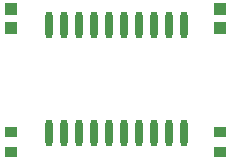
<source format=gbp>
G04 Layer_Color=16770453*
%FSLAX25Y25*%
%MOIN*%
G70*
G01*
G75*
%ADD10O,0.02362X0.09055*%
%ADD11R,0.03937X0.03937*%
%ADD13R,0.03937X0.03740*%
D10*
X65000Y54488D02*
D03*
X60000D02*
D03*
X55000D02*
D03*
X50000D02*
D03*
X45000D02*
D03*
X40000D02*
D03*
X35000D02*
D03*
X30000D02*
D03*
X25000D02*
D03*
X20000D02*
D03*
X65000Y90512D02*
D03*
X60000D02*
D03*
X55000D02*
D03*
X50000D02*
D03*
X45000D02*
D03*
X40000D02*
D03*
X35000D02*
D03*
X30000D02*
D03*
X25000D02*
D03*
X20000D02*
D03*
D11*
X77000Y89350D02*
D03*
Y95650D02*
D03*
X7500D02*
D03*
Y89350D02*
D03*
D13*
X77000Y54748D02*
D03*
Y48252D02*
D03*
X7500Y54748D02*
D03*
Y48252D02*
D03*
M02*

</source>
